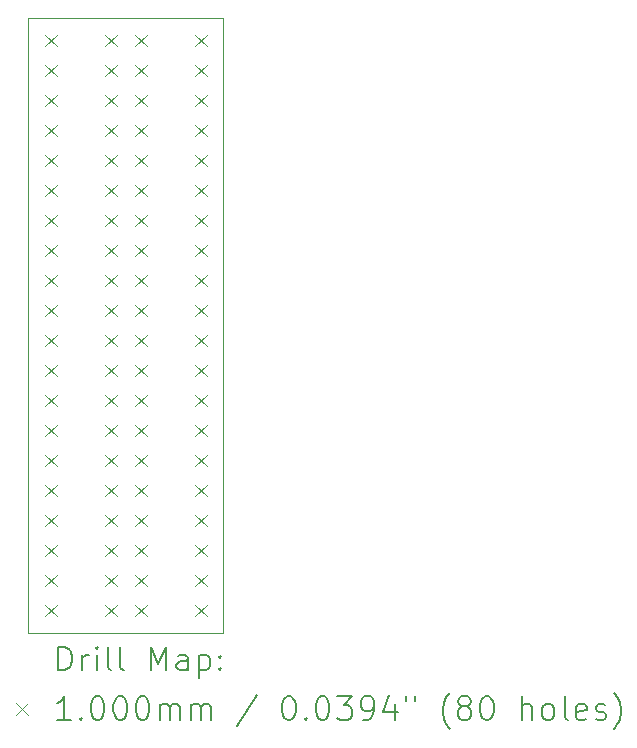
<source format=gbr>
%TF.GenerationSoftware,KiCad,Pcbnew,7.0.7*%
%TF.CreationDate,2023-08-24T22:48:06-04:00*%
%TF.ProjectId,40-pin header to breadboard adaptor,34302d70-696e-4206-9865-616465722074,rev?*%
%TF.SameCoordinates,Original*%
%TF.FileFunction,Drillmap*%
%TF.FilePolarity,Positive*%
%FSLAX45Y45*%
G04 Gerber Fmt 4.5, Leading zero omitted, Abs format (unit mm)*
G04 Created by KiCad (PCBNEW 7.0.7) date 2023-08-24 22:48:06*
%MOMM*%
%LPD*%
G01*
G04 APERTURE LIST*
%ADD10C,0.100000*%
%ADD11C,0.200000*%
G04 APERTURE END LIST*
D10*
X10668000Y-6819900D02*
X12319000Y-6819900D01*
X12319000Y-12026900D01*
X10668000Y-12026900D01*
X10668000Y-6819900D01*
D11*
D10*
X10808500Y-6960400D02*
X10908500Y-7060400D01*
X10908500Y-6960400D02*
X10808500Y-7060400D01*
X10808500Y-7214400D02*
X10908500Y-7314400D01*
X10908500Y-7214400D02*
X10808500Y-7314400D01*
X10808500Y-7468400D02*
X10908500Y-7568400D01*
X10908500Y-7468400D02*
X10808500Y-7568400D01*
X10808500Y-7722400D02*
X10908500Y-7822400D01*
X10908500Y-7722400D02*
X10808500Y-7822400D01*
X10808500Y-7976400D02*
X10908500Y-8076400D01*
X10908500Y-7976400D02*
X10808500Y-8076400D01*
X10808500Y-8230400D02*
X10908500Y-8330400D01*
X10908500Y-8230400D02*
X10808500Y-8330400D01*
X10808500Y-8484400D02*
X10908500Y-8584400D01*
X10908500Y-8484400D02*
X10808500Y-8584400D01*
X10808500Y-8738400D02*
X10908500Y-8838400D01*
X10908500Y-8738400D02*
X10808500Y-8838400D01*
X10808500Y-8992400D02*
X10908500Y-9092400D01*
X10908500Y-8992400D02*
X10808500Y-9092400D01*
X10808500Y-9246400D02*
X10908500Y-9346400D01*
X10908500Y-9246400D02*
X10808500Y-9346400D01*
X10808500Y-9500400D02*
X10908500Y-9600400D01*
X10908500Y-9500400D02*
X10808500Y-9600400D01*
X10808500Y-9754400D02*
X10908500Y-9854400D01*
X10908500Y-9754400D02*
X10808500Y-9854400D01*
X10808500Y-10008400D02*
X10908500Y-10108400D01*
X10908500Y-10008400D02*
X10808500Y-10108400D01*
X10808500Y-10262400D02*
X10908500Y-10362400D01*
X10908500Y-10262400D02*
X10808500Y-10362400D01*
X10808500Y-10516400D02*
X10908500Y-10616400D01*
X10908500Y-10516400D02*
X10808500Y-10616400D01*
X10808500Y-10770400D02*
X10908500Y-10870400D01*
X10908500Y-10770400D02*
X10808500Y-10870400D01*
X10808500Y-11024400D02*
X10908500Y-11124400D01*
X10908500Y-11024400D02*
X10808500Y-11124400D01*
X10808500Y-11278400D02*
X10908500Y-11378400D01*
X10908500Y-11278400D02*
X10808500Y-11378400D01*
X10808500Y-11532400D02*
X10908500Y-11632400D01*
X10908500Y-11532400D02*
X10808500Y-11632400D01*
X10808500Y-11786400D02*
X10908500Y-11886400D01*
X10908500Y-11786400D02*
X10808500Y-11886400D01*
X11316500Y-6960400D02*
X11416500Y-7060400D01*
X11416500Y-6960400D02*
X11316500Y-7060400D01*
X11316500Y-7214400D02*
X11416500Y-7314400D01*
X11416500Y-7214400D02*
X11316500Y-7314400D01*
X11316500Y-7468400D02*
X11416500Y-7568400D01*
X11416500Y-7468400D02*
X11316500Y-7568400D01*
X11316500Y-7722400D02*
X11416500Y-7822400D01*
X11416500Y-7722400D02*
X11316500Y-7822400D01*
X11316500Y-7976400D02*
X11416500Y-8076400D01*
X11416500Y-7976400D02*
X11316500Y-8076400D01*
X11316500Y-8230400D02*
X11416500Y-8330400D01*
X11416500Y-8230400D02*
X11316500Y-8330400D01*
X11316500Y-8484400D02*
X11416500Y-8584400D01*
X11416500Y-8484400D02*
X11316500Y-8584400D01*
X11316500Y-8738400D02*
X11416500Y-8838400D01*
X11416500Y-8738400D02*
X11316500Y-8838400D01*
X11316500Y-8992400D02*
X11416500Y-9092400D01*
X11416500Y-8992400D02*
X11316500Y-9092400D01*
X11316500Y-9246400D02*
X11416500Y-9346400D01*
X11416500Y-9246400D02*
X11316500Y-9346400D01*
X11316500Y-9500400D02*
X11416500Y-9600400D01*
X11416500Y-9500400D02*
X11316500Y-9600400D01*
X11316500Y-9754400D02*
X11416500Y-9854400D01*
X11416500Y-9754400D02*
X11316500Y-9854400D01*
X11316500Y-10008400D02*
X11416500Y-10108400D01*
X11416500Y-10008400D02*
X11316500Y-10108400D01*
X11316500Y-10262400D02*
X11416500Y-10362400D01*
X11416500Y-10262400D02*
X11316500Y-10362400D01*
X11316500Y-10516400D02*
X11416500Y-10616400D01*
X11416500Y-10516400D02*
X11316500Y-10616400D01*
X11316500Y-10770400D02*
X11416500Y-10870400D01*
X11416500Y-10770400D02*
X11316500Y-10870400D01*
X11316500Y-11024400D02*
X11416500Y-11124400D01*
X11416500Y-11024400D02*
X11316500Y-11124400D01*
X11316500Y-11278400D02*
X11416500Y-11378400D01*
X11416500Y-11278400D02*
X11316500Y-11378400D01*
X11316500Y-11532400D02*
X11416500Y-11632400D01*
X11416500Y-11532400D02*
X11316500Y-11632400D01*
X11316500Y-11786400D02*
X11416500Y-11886400D01*
X11416500Y-11786400D02*
X11316500Y-11886400D01*
X11570500Y-6960400D02*
X11670500Y-7060400D01*
X11670500Y-6960400D02*
X11570500Y-7060400D01*
X11570500Y-7214400D02*
X11670500Y-7314400D01*
X11670500Y-7214400D02*
X11570500Y-7314400D01*
X11570500Y-7468400D02*
X11670500Y-7568400D01*
X11670500Y-7468400D02*
X11570500Y-7568400D01*
X11570500Y-7722400D02*
X11670500Y-7822400D01*
X11670500Y-7722400D02*
X11570500Y-7822400D01*
X11570500Y-7976400D02*
X11670500Y-8076400D01*
X11670500Y-7976400D02*
X11570500Y-8076400D01*
X11570500Y-8230400D02*
X11670500Y-8330400D01*
X11670500Y-8230400D02*
X11570500Y-8330400D01*
X11570500Y-8484400D02*
X11670500Y-8584400D01*
X11670500Y-8484400D02*
X11570500Y-8584400D01*
X11570500Y-8738400D02*
X11670500Y-8838400D01*
X11670500Y-8738400D02*
X11570500Y-8838400D01*
X11570500Y-8992400D02*
X11670500Y-9092400D01*
X11670500Y-8992400D02*
X11570500Y-9092400D01*
X11570500Y-9246400D02*
X11670500Y-9346400D01*
X11670500Y-9246400D02*
X11570500Y-9346400D01*
X11570500Y-9500400D02*
X11670500Y-9600400D01*
X11670500Y-9500400D02*
X11570500Y-9600400D01*
X11570500Y-9754400D02*
X11670500Y-9854400D01*
X11670500Y-9754400D02*
X11570500Y-9854400D01*
X11570500Y-10008400D02*
X11670500Y-10108400D01*
X11670500Y-10008400D02*
X11570500Y-10108400D01*
X11570500Y-10262400D02*
X11670500Y-10362400D01*
X11670500Y-10262400D02*
X11570500Y-10362400D01*
X11570500Y-10516400D02*
X11670500Y-10616400D01*
X11670500Y-10516400D02*
X11570500Y-10616400D01*
X11570500Y-10770400D02*
X11670500Y-10870400D01*
X11670500Y-10770400D02*
X11570500Y-10870400D01*
X11570500Y-11024400D02*
X11670500Y-11124400D01*
X11670500Y-11024400D02*
X11570500Y-11124400D01*
X11570500Y-11278400D02*
X11670500Y-11378400D01*
X11670500Y-11278400D02*
X11570500Y-11378400D01*
X11570500Y-11532400D02*
X11670500Y-11632400D01*
X11670500Y-11532400D02*
X11570500Y-11632400D01*
X11570500Y-11786400D02*
X11670500Y-11886400D01*
X11670500Y-11786400D02*
X11570500Y-11886400D01*
X12078500Y-6960400D02*
X12178500Y-7060400D01*
X12178500Y-6960400D02*
X12078500Y-7060400D01*
X12078500Y-7214400D02*
X12178500Y-7314400D01*
X12178500Y-7214400D02*
X12078500Y-7314400D01*
X12078500Y-7468400D02*
X12178500Y-7568400D01*
X12178500Y-7468400D02*
X12078500Y-7568400D01*
X12078500Y-7722400D02*
X12178500Y-7822400D01*
X12178500Y-7722400D02*
X12078500Y-7822400D01*
X12078500Y-7976400D02*
X12178500Y-8076400D01*
X12178500Y-7976400D02*
X12078500Y-8076400D01*
X12078500Y-8230400D02*
X12178500Y-8330400D01*
X12178500Y-8230400D02*
X12078500Y-8330400D01*
X12078500Y-8484400D02*
X12178500Y-8584400D01*
X12178500Y-8484400D02*
X12078500Y-8584400D01*
X12078500Y-8738400D02*
X12178500Y-8838400D01*
X12178500Y-8738400D02*
X12078500Y-8838400D01*
X12078500Y-8992400D02*
X12178500Y-9092400D01*
X12178500Y-8992400D02*
X12078500Y-9092400D01*
X12078500Y-9246400D02*
X12178500Y-9346400D01*
X12178500Y-9246400D02*
X12078500Y-9346400D01*
X12078500Y-9500400D02*
X12178500Y-9600400D01*
X12178500Y-9500400D02*
X12078500Y-9600400D01*
X12078500Y-9754400D02*
X12178500Y-9854400D01*
X12178500Y-9754400D02*
X12078500Y-9854400D01*
X12078500Y-10008400D02*
X12178500Y-10108400D01*
X12178500Y-10008400D02*
X12078500Y-10108400D01*
X12078500Y-10262400D02*
X12178500Y-10362400D01*
X12178500Y-10262400D02*
X12078500Y-10362400D01*
X12078500Y-10516400D02*
X12178500Y-10616400D01*
X12178500Y-10516400D02*
X12078500Y-10616400D01*
X12078500Y-10770400D02*
X12178500Y-10870400D01*
X12178500Y-10770400D02*
X12078500Y-10870400D01*
X12078500Y-11024400D02*
X12178500Y-11124400D01*
X12178500Y-11024400D02*
X12078500Y-11124400D01*
X12078500Y-11278400D02*
X12178500Y-11378400D01*
X12178500Y-11278400D02*
X12078500Y-11378400D01*
X12078500Y-11532400D02*
X12178500Y-11632400D01*
X12178500Y-11532400D02*
X12078500Y-11632400D01*
X12078500Y-11786400D02*
X12178500Y-11886400D01*
X12178500Y-11786400D02*
X12078500Y-11886400D01*
D11*
X10923777Y-12343384D02*
X10923777Y-12143384D01*
X10923777Y-12143384D02*
X10971396Y-12143384D01*
X10971396Y-12143384D02*
X10999967Y-12152908D01*
X10999967Y-12152908D02*
X11019015Y-12171955D01*
X11019015Y-12171955D02*
X11028539Y-12191003D01*
X11028539Y-12191003D02*
X11038063Y-12229098D01*
X11038063Y-12229098D02*
X11038063Y-12257669D01*
X11038063Y-12257669D02*
X11028539Y-12295765D01*
X11028539Y-12295765D02*
X11019015Y-12314812D01*
X11019015Y-12314812D02*
X10999967Y-12333860D01*
X10999967Y-12333860D02*
X10971396Y-12343384D01*
X10971396Y-12343384D02*
X10923777Y-12343384D01*
X11123777Y-12343384D02*
X11123777Y-12210050D01*
X11123777Y-12248146D02*
X11133301Y-12229098D01*
X11133301Y-12229098D02*
X11142824Y-12219574D01*
X11142824Y-12219574D02*
X11161872Y-12210050D01*
X11161872Y-12210050D02*
X11180920Y-12210050D01*
X11247586Y-12343384D02*
X11247586Y-12210050D01*
X11247586Y-12143384D02*
X11238062Y-12152908D01*
X11238062Y-12152908D02*
X11247586Y-12162431D01*
X11247586Y-12162431D02*
X11257110Y-12152908D01*
X11257110Y-12152908D02*
X11247586Y-12143384D01*
X11247586Y-12143384D02*
X11247586Y-12162431D01*
X11371396Y-12343384D02*
X11352348Y-12333860D01*
X11352348Y-12333860D02*
X11342824Y-12314812D01*
X11342824Y-12314812D02*
X11342824Y-12143384D01*
X11476158Y-12343384D02*
X11457110Y-12333860D01*
X11457110Y-12333860D02*
X11447586Y-12314812D01*
X11447586Y-12314812D02*
X11447586Y-12143384D01*
X11704729Y-12343384D02*
X11704729Y-12143384D01*
X11704729Y-12143384D02*
X11771396Y-12286241D01*
X11771396Y-12286241D02*
X11838062Y-12143384D01*
X11838062Y-12143384D02*
X11838062Y-12343384D01*
X12019015Y-12343384D02*
X12019015Y-12238622D01*
X12019015Y-12238622D02*
X12009491Y-12219574D01*
X12009491Y-12219574D02*
X11990443Y-12210050D01*
X11990443Y-12210050D02*
X11952348Y-12210050D01*
X11952348Y-12210050D02*
X11933301Y-12219574D01*
X12019015Y-12333860D02*
X11999967Y-12343384D01*
X11999967Y-12343384D02*
X11952348Y-12343384D01*
X11952348Y-12343384D02*
X11933301Y-12333860D01*
X11933301Y-12333860D02*
X11923777Y-12314812D01*
X11923777Y-12314812D02*
X11923777Y-12295765D01*
X11923777Y-12295765D02*
X11933301Y-12276717D01*
X11933301Y-12276717D02*
X11952348Y-12267193D01*
X11952348Y-12267193D02*
X11999967Y-12267193D01*
X11999967Y-12267193D02*
X12019015Y-12257669D01*
X12114253Y-12210050D02*
X12114253Y-12410050D01*
X12114253Y-12219574D02*
X12133301Y-12210050D01*
X12133301Y-12210050D02*
X12171396Y-12210050D01*
X12171396Y-12210050D02*
X12190443Y-12219574D01*
X12190443Y-12219574D02*
X12199967Y-12229098D01*
X12199967Y-12229098D02*
X12209491Y-12248146D01*
X12209491Y-12248146D02*
X12209491Y-12305288D01*
X12209491Y-12305288D02*
X12199967Y-12324336D01*
X12199967Y-12324336D02*
X12190443Y-12333860D01*
X12190443Y-12333860D02*
X12171396Y-12343384D01*
X12171396Y-12343384D02*
X12133301Y-12343384D01*
X12133301Y-12343384D02*
X12114253Y-12333860D01*
X12295205Y-12324336D02*
X12304729Y-12333860D01*
X12304729Y-12333860D02*
X12295205Y-12343384D01*
X12295205Y-12343384D02*
X12285682Y-12333860D01*
X12285682Y-12333860D02*
X12295205Y-12324336D01*
X12295205Y-12324336D02*
X12295205Y-12343384D01*
X12295205Y-12219574D02*
X12304729Y-12229098D01*
X12304729Y-12229098D02*
X12295205Y-12238622D01*
X12295205Y-12238622D02*
X12285682Y-12229098D01*
X12285682Y-12229098D02*
X12295205Y-12219574D01*
X12295205Y-12219574D02*
X12295205Y-12238622D01*
D10*
X10563000Y-12621900D02*
X10663000Y-12721900D01*
X10663000Y-12621900D02*
X10563000Y-12721900D01*
D11*
X11028539Y-12763384D02*
X10914253Y-12763384D01*
X10971396Y-12763384D02*
X10971396Y-12563384D01*
X10971396Y-12563384D02*
X10952348Y-12591955D01*
X10952348Y-12591955D02*
X10933301Y-12611003D01*
X10933301Y-12611003D02*
X10914253Y-12620527D01*
X11114253Y-12744336D02*
X11123777Y-12753860D01*
X11123777Y-12753860D02*
X11114253Y-12763384D01*
X11114253Y-12763384D02*
X11104729Y-12753860D01*
X11104729Y-12753860D02*
X11114253Y-12744336D01*
X11114253Y-12744336D02*
X11114253Y-12763384D01*
X11247586Y-12563384D02*
X11266634Y-12563384D01*
X11266634Y-12563384D02*
X11285682Y-12572908D01*
X11285682Y-12572908D02*
X11295205Y-12582431D01*
X11295205Y-12582431D02*
X11304729Y-12601479D01*
X11304729Y-12601479D02*
X11314253Y-12639574D01*
X11314253Y-12639574D02*
X11314253Y-12687193D01*
X11314253Y-12687193D02*
X11304729Y-12725288D01*
X11304729Y-12725288D02*
X11295205Y-12744336D01*
X11295205Y-12744336D02*
X11285682Y-12753860D01*
X11285682Y-12753860D02*
X11266634Y-12763384D01*
X11266634Y-12763384D02*
X11247586Y-12763384D01*
X11247586Y-12763384D02*
X11228539Y-12753860D01*
X11228539Y-12753860D02*
X11219015Y-12744336D01*
X11219015Y-12744336D02*
X11209491Y-12725288D01*
X11209491Y-12725288D02*
X11199967Y-12687193D01*
X11199967Y-12687193D02*
X11199967Y-12639574D01*
X11199967Y-12639574D02*
X11209491Y-12601479D01*
X11209491Y-12601479D02*
X11219015Y-12582431D01*
X11219015Y-12582431D02*
X11228539Y-12572908D01*
X11228539Y-12572908D02*
X11247586Y-12563384D01*
X11438062Y-12563384D02*
X11457110Y-12563384D01*
X11457110Y-12563384D02*
X11476158Y-12572908D01*
X11476158Y-12572908D02*
X11485682Y-12582431D01*
X11485682Y-12582431D02*
X11495205Y-12601479D01*
X11495205Y-12601479D02*
X11504729Y-12639574D01*
X11504729Y-12639574D02*
X11504729Y-12687193D01*
X11504729Y-12687193D02*
X11495205Y-12725288D01*
X11495205Y-12725288D02*
X11485682Y-12744336D01*
X11485682Y-12744336D02*
X11476158Y-12753860D01*
X11476158Y-12753860D02*
X11457110Y-12763384D01*
X11457110Y-12763384D02*
X11438062Y-12763384D01*
X11438062Y-12763384D02*
X11419015Y-12753860D01*
X11419015Y-12753860D02*
X11409491Y-12744336D01*
X11409491Y-12744336D02*
X11399967Y-12725288D01*
X11399967Y-12725288D02*
X11390443Y-12687193D01*
X11390443Y-12687193D02*
X11390443Y-12639574D01*
X11390443Y-12639574D02*
X11399967Y-12601479D01*
X11399967Y-12601479D02*
X11409491Y-12582431D01*
X11409491Y-12582431D02*
X11419015Y-12572908D01*
X11419015Y-12572908D02*
X11438062Y-12563384D01*
X11628539Y-12563384D02*
X11647586Y-12563384D01*
X11647586Y-12563384D02*
X11666634Y-12572908D01*
X11666634Y-12572908D02*
X11676158Y-12582431D01*
X11676158Y-12582431D02*
X11685682Y-12601479D01*
X11685682Y-12601479D02*
X11695205Y-12639574D01*
X11695205Y-12639574D02*
X11695205Y-12687193D01*
X11695205Y-12687193D02*
X11685682Y-12725288D01*
X11685682Y-12725288D02*
X11676158Y-12744336D01*
X11676158Y-12744336D02*
X11666634Y-12753860D01*
X11666634Y-12753860D02*
X11647586Y-12763384D01*
X11647586Y-12763384D02*
X11628539Y-12763384D01*
X11628539Y-12763384D02*
X11609491Y-12753860D01*
X11609491Y-12753860D02*
X11599967Y-12744336D01*
X11599967Y-12744336D02*
X11590443Y-12725288D01*
X11590443Y-12725288D02*
X11580920Y-12687193D01*
X11580920Y-12687193D02*
X11580920Y-12639574D01*
X11580920Y-12639574D02*
X11590443Y-12601479D01*
X11590443Y-12601479D02*
X11599967Y-12582431D01*
X11599967Y-12582431D02*
X11609491Y-12572908D01*
X11609491Y-12572908D02*
X11628539Y-12563384D01*
X11780920Y-12763384D02*
X11780920Y-12630050D01*
X11780920Y-12649098D02*
X11790443Y-12639574D01*
X11790443Y-12639574D02*
X11809491Y-12630050D01*
X11809491Y-12630050D02*
X11838063Y-12630050D01*
X11838063Y-12630050D02*
X11857110Y-12639574D01*
X11857110Y-12639574D02*
X11866634Y-12658622D01*
X11866634Y-12658622D02*
X11866634Y-12763384D01*
X11866634Y-12658622D02*
X11876158Y-12639574D01*
X11876158Y-12639574D02*
X11895205Y-12630050D01*
X11895205Y-12630050D02*
X11923777Y-12630050D01*
X11923777Y-12630050D02*
X11942824Y-12639574D01*
X11942824Y-12639574D02*
X11952348Y-12658622D01*
X11952348Y-12658622D02*
X11952348Y-12763384D01*
X12047586Y-12763384D02*
X12047586Y-12630050D01*
X12047586Y-12649098D02*
X12057110Y-12639574D01*
X12057110Y-12639574D02*
X12076158Y-12630050D01*
X12076158Y-12630050D02*
X12104729Y-12630050D01*
X12104729Y-12630050D02*
X12123777Y-12639574D01*
X12123777Y-12639574D02*
X12133301Y-12658622D01*
X12133301Y-12658622D02*
X12133301Y-12763384D01*
X12133301Y-12658622D02*
X12142824Y-12639574D01*
X12142824Y-12639574D02*
X12161872Y-12630050D01*
X12161872Y-12630050D02*
X12190443Y-12630050D01*
X12190443Y-12630050D02*
X12209491Y-12639574D01*
X12209491Y-12639574D02*
X12219015Y-12658622D01*
X12219015Y-12658622D02*
X12219015Y-12763384D01*
X12609491Y-12553860D02*
X12438063Y-12811003D01*
X12866634Y-12563384D02*
X12885682Y-12563384D01*
X12885682Y-12563384D02*
X12904729Y-12572908D01*
X12904729Y-12572908D02*
X12914253Y-12582431D01*
X12914253Y-12582431D02*
X12923777Y-12601479D01*
X12923777Y-12601479D02*
X12933301Y-12639574D01*
X12933301Y-12639574D02*
X12933301Y-12687193D01*
X12933301Y-12687193D02*
X12923777Y-12725288D01*
X12923777Y-12725288D02*
X12914253Y-12744336D01*
X12914253Y-12744336D02*
X12904729Y-12753860D01*
X12904729Y-12753860D02*
X12885682Y-12763384D01*
X12885682Y-12763384D02*
X12866634Y-12763384D01*
X12866634Y-12763384D02*
X12847586Y-12753860D01*
X12847586Y-12753860D02*
X12838063Y-12744336D01*
X12838063Y-12744336D02*
X12828539Y-12725288D01*
X12828539Y-12725288D02*
X12819015Y-12687193D01*
X12819015Y-12687193D02*
X12819015Y-12639574D01*
X12819015Y-12639574D02*
X12828539Y-12601479D01*
X12828539Y-12601479D02*
X12838063Y-12582431D01*
X12838063Y-12582431D02*
X12847586Y-12572908D01*
X12847586Y-12572908D02*
X12866634Y-12563384D01*
X13019015Y-12744336D02*
X13028539Y-12753860D01*
X13028539Y-12753860D02*
X13019015Y-12763384D01*
X13019015Y-12763384D02*
X13009491Y-12753860D01*
X13009491Y-12753860D02*
X13019015Y-12744336D01*
X13019015Y-12744336D02*
X13019015Y-12763384D01*
X13152348Y-12563384D02*
X13171396Y-12563384D01*
X13171396Y-12563384D02*
X13190444Y-12572908D01*
X13190444Y-12572908D02*
X13199967Y-12582431D01*
X13199967Y-12582431D02*
X13209491Y-12601479D01*
X13209491Y-12601479D02*
X13219015Y-12639574D01*
X13219015Y-12639574D02*
X13219015Y-12687193D01*
X13219015Y-12687193D02*
X13209491Y-12725288D01*
X13209491Y-12725288D02*
X13199967Y-12744336D01*
X13199967Y-12744336D02*
X13190444Y-12753860D01*
X13190444Y-12753860D02*
X13171396Y-12763384D01*
X13171396Y-12763384D02*
X13152348Y-12763384D01*
X13152348Y-12763384D02*
X13133301Y-12753860D01*
X13133301Y-12753860D02*
X13123777Y-12744336D01*
X13123777Y-12744336D02*
X13114253Y-12725288D01*
X13114253Y-12725288D02*
X13104729Y-12687193D01*
X13104729Y-12687193D02*
X13104729Y-12639574D01*
X13104729Y-12639574D02*
X13114253Y-12601479D01*
X13114253Y-12601479D02*
X13123777Y-12582431D01*
X13123777Y-12582431D02*
X13133301Y-12572908D01*
X13133301Y-12572908D02*
X13152348Y-12563384D01*
X13285682Y-12563384D02*
X13409491Y-12563384D01*
X13409491Y-12563384D02*
X13342825Y-12639574D01*
X13342825Y-12639574D02*
X13371396Y-12639574D01*
X13371396Y-12639574D02*
X13390444Y-12649098D01*
X13390444Y-12649098D02*
X13399967Y-12658622D01*
X13399967Y-12658622D02*
X13409491Y-12677669D01*
X13409491Y-12677669D02*
X13409491Y-12725288D01*
X13409491Y-12725288D02*
X13399967Y-12744336D01*
X13399967Y-12744336D02*
X13390444Y-12753860D01*
X13390444Y-12753860D02*
X13371396Y-12763384D01*
X13371396Y-12763384D02*
X13314253Y-12763384D01*
X13314253Y-12763384D02*
X13295206Y-12753860D01*
X13295206Y-12753860D02*
X13285682Y-12744336D01*
X13504729Y-12763384D02*
X13542825Y-12763384D01*
X13542825Y-12763384D02*
X13561872Y-12753860D01*
X13561872Y-12753860D02*
X13571396Y-12744336D01*
X13571396Y-12744336D02*
X13590444Y-12715765D01*
X13590444Y-12715765D02*
X13599967Y-12677669D01*
X13599967Y-12677669D02*
X13599967Y-12601479D01*
X13599967Y-12601479D02*
X13590444Y-12582431D01*
X13590444Y-12582431D02*
X13580920Y-12572908D01*
X13580920Y-12572908D02*
X13561872Y-12563384D01*
X13561872Y-12563384D02*
X13523777Y-12563384D01*
X13523777Y-12563384D02*
X13504729Y-12572908D01*
X13504729Y-12572908D02*
X13495206Y-12582431D01*
X13495206Y-12582431D02*
X13485682Y-12601479D01*
X13485682Y-12601479D02*
X13485682Y-12649098D01*
X13485682Y-12649098D02*
X13495206Y-12668146D01*
X13495206Y-12668146D02*
X13504729Y-12677669D01*
X13504729Y-12677669D02*
X13523777Y-12687193D01*
X13523777Y-12687193D02*
X13561872Y-12687193D01*
X13561872Y-12687193D02*
X13580920Y-12677669D01*
X13580920Y-12677669D02*
X13590444Y-12668146D01*
X13590444Y-12668146D02*
X13599967Y-12649098D01*
X13771396Y-12630050D02*
X13771396Y-12763384D01*
X13723777Y-12553860D02*
X13676158Y-12696717D01*
X13676158Y-12696717D02*
X13799967Y-12696717D01*
X13866634Y-12563384D02*
X13866634Y-12601479D01*
X13942825Y-12563384D02*
X13942825Y-12601479D01*
X14238063Y-12839574D02*
X14228539Y-12830050D01*
X14228539Y-12830050D02*
X14209491Y-12801479D01*
X14209491Y-12801479D02*
X14199968Y-12782431D01*
X14199968Y-12782431D02*
X14190444Y-12753860D01*
X14190444Y-12753860D02*
X14180920Y-12706241D01*
X14180920Y-12706241D02*
X14180920Y-12668146D01*
X14180920Y-12668146D02*
X14190444Y-12620527D01*
X14190444Y-12620527D02*
X14199968Y-12591955D01*
X14199968Y-12591955D02*
X14209491Y-12572908D01*
X14209491Y-12572908D02*
X14228539Y-12544336D01*
X14228539Y-12544336D02*
X14238063Y-12534812D01*
X14342825Y-12649098D02*
X14323777Y-12639574D01*
X14323777Y-12639574D02*
X14314253Y-12630050D01*
X14314253Y-12630050D02*
X14304729Y-12611003D01*
X14304729Y-12611003D02*
X14304729Y-12601479D01*
X14304729Y-12601479D02*
X14314253Y-12582431D01*
X14314253Y-12582431D02*
X14323777Y-12572908D01*
X14323777Y-12572908D02*
X14342825Y-12563384D01*
X14342825Y-12563384D02*
X14380920Y-12563384D01*
X14380920Y-12563384D02*
X14399968Y-12572908D01*
X14399968Y-12572908D02*
X14409491Y-12582431D01*
X14409491Y-12582431D02*
X14419015Y-12601479D01*
X14419015Y-12601479D02*
X14419015Y-12611003D01*
X14419015Y-12611003D02*
X14409491Y-12630050D01*
X14409491Y-12630050D02*
X14399968Y-12639574D01*
X14399968Y-12639574D02*
X14380920Y-12649098D01*
X14380920Y-12649098D02*
X14342825Y-12649098D01*
X14342825Y-12649098D02*
X14323777Y-12658622D01*
X14323777Y-12658622D02*
X14314253Y-12668146D01*
X14314253Y-12668146D02*
X14304729Y-12687193D01*
X14304729Y-12687193D02*
X14304729Y-12725288D01*
X14304729Y-12725288D02*
X14314253Y-12744336D01*
X14314253Y-12744336D02*
X14323777Y-12753860D01*
X14323777Y-12753860D02*
X14342825Y-12763384D01*
X14342825Y-12763384D02*
X14380920Y-12763384D01*
X14380920Y-12763384D02*
X14399968Y-12753860D01*
X14399968Y-12753860D02*
X14409491Y-12744336D01*
X14409491Y-12744336D02*
X14419015Y-12725288D01*
X14419015Y-12725288D02*
X14419015Y-12687193D01*
X14419015Y-12687193D02*
X14409491Y-12668146D01*
X14409491Y-12668146D02*
X14399968Y-12658622D01*
X14399968Y-12658622D02*
X14380920Y-12649098D01*
X14542825Y-12563384D02*
X14561872Y-12563384D01*
X14561872Y-12563384D02*
X14580920Y-12572908D01*
X14580920Y-12572908D02*
X14590444Y-12582431D01*
X14590444Y-12582431D02*
X14599968Y-12601479D01*
X14599968Y-12601479D02*
X14609491Y-12639574D01*
X14609491Y-12639574D02*
X14609491Y-12687193D01*
X14609491Y-12687193D02*
X14599968Y-12725288D01*
X14599968Y-12725288D02*
X14590444Y-12744336D01*
X14590444Y-12744336D02*
X14580920Y-12753860D01*
X14580920Y-12753860D02*
X14561872Y-12763384D01*
X14561872Y-12763384D02*
X14542825Y-12763384D01*
X14542825Y-12763384D02*
X14523777Y-12753860D01*
X14523777Y-12753860D02*
X14514253Y-12744336D01*
X14514253Y-12744336D02*
X14504729Y-12725288D01*
X14504729Y-12725288D02*
X14495206Y-12687193D01*
X14495206Y-12687193D02*
X14495206Y-12639574D01*
X14495206Y-12639574D02*
X14504729Y-12601479D01*
X14504729Y-12601479D02*
X14514253Y-12582431D01*
X14514253Y-12582431D02*
X14523777Y-12572908D01*
X14523777Y-12572908D02*
X14542825Y-12563384D01*
X14847587Y-12763384D02*
X14847587Y-12563384D01*
X14933301Y-12763384D02*
X14933301Y-12658622D01*
X14933301Y-12658622D02*
X14923777Y-12639574D01*
X14923777Y-12639574D02*
X14904730Y-12630050D01*
X14904730Y-12630050D02*
X14876158Y-12630050D01*
X14876158Y-12630050D02*
X14857110Y-12639574D01*
X14857110Y-12639574D02*
X14847587Y-12649098D01*
X15057110Y-12763384D02*
X15038063Y-12753860D01*
X15038063Y-12753860D02*
X15028539Y-12744336D01*
X15028539Y-12744336D02*
X15019015Y-12725288D01*
X15019015Y-12725288D02*
X15019015Y-12668146D01*
X15019015Y-12668146D02*
X15028539Y-12649098D01*
X15028539Y-12649098D02*
X15038063Y-12639574D01*
X15038063Y-12639574D02*
X15057110Y-12630050D01*
X15057110Y-12630050D02*
X15085682Y-12630050D01*
X15085682Y-12630050D02*
X15104730Y-12639574D01*
X15104730Y-12639574D02*
X15114253Y-12649098D01*
X15114253Y-12649098D02*
X15123777Y-12668146D01*
X15123777Y-12668146D02*
X15123777Y-12725288D01*
X15123777Y-12725288D02*
X15114253Y-12744336D01*
X15114253Y-12744336D02*
X15104730Y-12753860D01*
X15104730Y-12753860D02*
X15085682Y-12763384D01*
X15085682Y-12763384D02*
X15057110Y-12763384D01*
X15238063Y-12763384D02*
X15219015Y-12753860D01*
X15219015Y-12753860D02*
X15209491Y-12734812D01*
X15209491Y-12734812D02*
X15209491Y-12563384D01*
X15390444Y-12753860D02*
X15371396Y-12763384D01*
X15371396Y-12763384D02*
X15333301Y-12763384D01*
X15333301Y-12763384D02*
X15314253Y-12753860D01*
X15314253Y-12753860D02*
X15304730Y-12734812D01*
X15304730Y-12734812D02*
X15304730Y-12658622D01*
X15304730Y-12658622D02*
X15314253Y-12639574D01*
X15314253Y-12639574D02*
X15333301Y-12630050D01*
X15333301Y-12630050D02*
X15371396Y-12630050D01*
X15371396Y-12630050D02*
X15390444Y-12639574D01*
X15390444Y-12639574D02*
X15399968Y-12658622D01*
X15399968Y-12658622D02*
X15399968Y-12677669D01*
X15399968Y-12677669D02*
X15304730Y-12696717D01*
X15476158Y-12753860D02*
X15495206Y-12763384D01*
X15495206Y-12763384D02*
X15533301Y-12763384D01*
X15533301Y-12763384D02*
X15552349Y-12753860D01*
X15552349Y-12753860D02*
X15561872Y-12734812D01*
X15561872Y-12734812D02*
X15561872Y-12725288D01*
X15561872Y-12725288D02*
X15552349Y-12706241D01*
X15552349Y-12706241D02*
X15533301Y-12696717D01*
X15533301Y-12696717D02*
X15504730Y-12696717D01*
X15504730Y-12696717D02*
X15485682Y-12687193D01*
X15485682Y-12687193D02*
X15476158Y-12668146D01*
X15476158Y-12668146D02*
X15476158Y-12658622D01*
X15476158Y-12658622D02*
X15485682Y-12639574D01*
X15485682Y-12639574D02*
X15504730Y-12630050D01*
X15504730Y-12630050D02*
X15533301Y-12630050D01*
X15533301Y-12630050D02*
X15552349Y-12639574D01*
X15628539Y-12839574D02*
X15638063Y-12830050D01*
X15638063Y-12830050D02*
X15657111Y-12801479D01*
X15657111Y-12801479D02*
X15666634Y-12782431D01*
X15666634Y-12782431D02*
X15676158Y-12753860D01*
X15676158Y-12753860D02*
X15685682Y-12706241D01*
X15685682Y-12706241D02*
X15685682Y-12668146D01*
X15685682Y-12668146D02*
X15676158Y-12620527D01*
X15676158Y-12620527D02*
X15666634Y-12591955D01*
X15666634Y-12591955D02*
X15657111Y-12572908D01*
X15657111Y-12572908D02*
X15638063Y-12544336D01*
X15638063Y-12544336D02*
X15628539Y-12534812D01*
M02*

</source>
